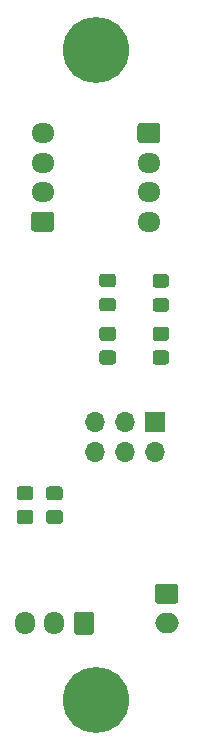
<source format=gts>
G04 #@! TF.GenerationSoftware,KiCad,Pcbnew,5.1.9+dfsg1-1*
G04 #@! TF.CreationDate,2022-11-10T16:02:49+09:00*
G04 #@! TF.ProjectId,fan-expander,66616e2d-6578-4706-916e-6465722e6b69,rev?*
G04 #@! TF.SameCoordinates,Original*
G04 #@! TF.FileFunction,Soldermask,Top*
G04 #@! TF.FilePolarity,Negative*
%FSLAX46Y46*%
G04 Gerber Fmt 4.6, Leading zero omitted, Abs format (unit mm)*
G04 Created by KiCad (PCBNEW 5.1.9+dfsg1-1) date 2022-11-10 16:02:49*
%MOMM*%
%LPD*%
G01*
G04 APERTURE LIST*
%ADD10C,5.600000*%
%ADD11O,2.000000X1.700000*%
%ADD12O,1.700000X1.950000*%
%ADD13O,1.950000X1.700000*%
%ADD14R,1.700000X1.700000*%
%ADD15O,1.700000X1.700000*%
G04 APERTURE END LIST*
D10*
X150000000Y-50000000D03*
X150000000Y-105000000D03*
G36*
G01*
X155049999Y-68925000D02*
X155950001Y-68925000D01*
G75*
G02*
X156200000Y-69174999I0J-249999D01*
G01*
X156200000Y-69825001D01*
G75*
G02*
X155950001Y-70075000I-249999J0D01*
G01*
X155049999Y-70075000D01*
G75*
G02*
X154800000Y-69825001I0J249999D01*
G01*
X154800000Y-69174999D01*
G75*
G02*
X155049999Y-68925000I249999J0D01*
G01*
G37*
G36*
G01*
X155049999Y-70975000D02*
X155950001Y-70975000D01*
G75*
G02*
X156200000Y-71224999I0J-249999D01*
G01*
X156200000Y-71875001D01*
G75*
G02*
X155950001Y-72125000I-249999J0D01*
G01*
X155049999Y-72125000D01*
G75*
G02*
X154800000Y-71875001I0J249999D01*
G01*
X154800000Y-71224999D01*
G75*
G02*
X155049999Y-70975000I249999J0D01*
G01*
G37*
G36*
G01*
X155250000Y-95150000D02*
X156750000Y-95150000D01*
G75*
G02*
X157000000Y-95400000I0J-250000D01*
G01*
X157000000Y-96600000D01*
G75*
G02*
X156750000Y-96850000I-250000J0D01*
G01*
X155250000Y-96850000D01*
G75*
G02*
X155000000Y-96600000I0J250000D01*
G01*
X155000000Y-95400000D01*
G75*
G02*
X155250000Y-95150000I250000J0D01*
G01*
G37*
D11*
X156000000Y-98500000D03*
G36*
G01*
X149850000Y-97775000D02*
X149850000Y-99225000D01*
G75*
G02*
X149600000Y-99475000I-250000J0D01*
G01*
X148400000Y-99475000D01*
G75*
G02*
X148150000Y-99225000I0J250000D01*
G01*
X148150000Y-97775000D01*
G75*
G02*
X148400000Y-97525000I250000J0D01*
G01*
X149600000Y-97525000D01*
G75*
G02*
X149850000Y-97775000I0J-250000D01*
G01*
G37*
D12*
X146500000Y-98500000D03*
X144000000Y-98500000D03*
G36*
G01*
X146225000Y-65350000D02*
X144775000Y-65350000D01*
G75*
G02*
X144525000Y-65100000I0J250000D01*
G01*
X144525000Y-63900000D01*
G75*
G02*
X144775000Y-63650000I250000J0D01*
G01*
X146225000Y-63650000D01*
G75*
G02*
X146475000Y-63900000I0J-250000D01*
G01*
X146475000Y-65100000D01*
G75*
G02*
X146225000Y-65350000I-250000J0D01*
G01*
G37*
D13*
X145500000Y-62000000D03*
X145500000Y-59500000D03*
X145500000Y-57000000D03*
X154500000Y-64500000D03*
X154500000Y-62000000D03*
X154500000Y-59500000D03*
G36*
G01*
X153775000Y-56150000D02*
X155225000Y-56150000D01*
G75*
G02*
X155475000Y-56400000I0J-250000D01*
G01*
X155475000Y-57600000D01*
G75*
G02*
X155225000Y-57850000I-250000J0D01*
G01*
X153775000Y-57850000D01*
G75*
G02*
X153525000Y-57600000I0J250000D01*
G01*
X153525000Y-56400000D01*
G75*
G02*
X153775000Y-56150000I250000J0D01*
G01*
G37*
G36*
G01*
X155049999Y-75400000D02*
X155950001Y-75400000D01*
G75*
G02*
X156200000Y-75649999I0J-249999D01*
G01*
X156200000Y-76350001D01*
G75*
G02*
X155950001Y-76600000I-249999J0D01*
G01*
X155049999Y-76600000D01*
G75*
G02*
X154800000Y-76350001I0J249999D01*
G01*
X154800000Y-75649999D01*
G75*
G02*
X155049999Y-75400000I249999J0D01*
G01*
G37*
G36*
G01*
X155049999Y-73400000D02*
X155950001Y-73400000D01*
G75*
G02*
X156200000Y-73649999I0J-249999D01*
G01*
X156200000Y-74350001D01*
G75*
G02*
X155950001Y-74600000I-249999J0D01*
G01*
X155049999Y-74600000D01*
G75*
G02*
X154800000Y-74350001I0J249999D01*
G01*
X154800000Y-73649999D01*
G75*
G02*
X155049999Y-73400000I249999J0D01*
G01*
G37*
G36*
G01*
X143549999Y-86900000D02*
X144450001Y-86900000D01*
G75*
G02*
X144700000Y-87149999I0J-249999D01*
G01*
X144700000Y-87850001D01*
G75*
G02*
X144450001Y-88100000I-249999J0D01*
G01*
X143549999Y-88100000D01*
G75*
G02*
X143300000Y-87850001I0J249999D01*
G01*
X143300000Y-87149999D01*
G75*
G02*
X143549999Y-86900000I249999J0D01*
G01*
G37*
G36*
G01*
X143549999Y-88900000D02*
X144450001Y-88900000D01*
G75*
G02*
X144700000Y-89149999I0J-249999D01*
G01*
X144700000Y-89850001D01*
G75*
G02*
X144450001Y-90100000I-249999J0D01*
G01*
X143549999Y-90100000D01*
G75*
G02*
X143300000Y-89850001I0J249999D01*
G01*
X143300000Y-89149999D01*
G75*
G02*
X143549999Y-88900000I249999J0D01*
G01*
G37*
G36*
G01*
X146049999Y-86900000D02*
X146950001Y-86900000D01*
G75*
G02*
X147200000Y-87149999I0J-249999D01*
G01*
X147200000Y-87850001D01*
G75*
G02*
X146950001Y-88100000I-249999J0D01*
G01*
X146049999Y-88100000D01*
G75*
G02*
X145800000Y-87850001I0J249999D01*
G01*
X145800000Y-87149999D01*
G75*
G02*
X146049999Y-86900000I249999J0D01*
G01*
G37*
G36*
G01*
X146049999Y-88900000D02*
X146950001Y-88900000D01*
G75*
G02*
X147200000Y-89149999I0J-249999D01*
G01*
X147200000Y-89850001D01*
G75*
G02*
X146950001Y-90100000I-249999J0D01*
G01*
X146049999Y-90100000D01*
G75*
G02*
X145800000Y-89850001I0J249999D01*
G01*
X145800000Y-89149999D01*
G75*
G02*
X146049999Y-88900000I249999J0D01*
G01*
G37*
D14*
X155000000Y-81500000D03*
D15*
X155000000Y-84040000D03*
X152460000Y-81500000D03*
X152460000Y-84040000D03*
X149920000Y-81500000D03*
X149920000Y-84040000D03*
G36*
G01*
X150549999Y-68900000D02*
X151450001Y-68900000D01*
G75*
G02*
X151700000Y-69149999I0J-249999D01*
G01*
X151700000Y-69800001D01*
G75*
G02*
X151450001Y-70050000I-249999J0D01*
G01*
X150549999Y-70050000D01*
G75*
G02*
X150300000Y-69800001I0J249999D01*
G01*
X150300000Y-69149999D01*
G75*
G02*
X150549999Y-68900000I249999J0D01*
G01*
G37*
G36*
G01*
X150549999Y-70950000D02*
X151450001Y-70950000D01*
G75*
G02*
X151700000Y-71199999I0J-249999D01*
G01*
X151700000Y-71850001D01*
G75*
G02*
X151450001Y-72100000I-249999J0D01*
G01*
X150549999Y-72100000D01*
G75*
G02*
X150300000Y-71850001I0J249999D01*
G01*
X150300000Y-71199999D01*
G75*
G02*
X150549999Y-70950000I249999J0D01*
G01*
G37*
G36*
G01*
X150549999Y-73400000D02*
X151450001Y-73400000D01*
G75*
G02*
X151700000Y-73649999I0J-249999D01*
G01*
X151700000Y-74350001D01*
G75*
G02*
X151450001Y-74600000I-249999J0D01*
G01*
X150549999Y-74600000D01*
G75*
G02*
X150300000Y-74350001I0J249999D01*
G01*
X150300000Y-73649999D01*
G75*
G02*
X150549999Y-73400000I249999J0D01*
G01*
G37*
G36*
G01*
X150549999Y-75400000D02*
X151450001Y-75400000D01*
G75*
G02*
X151700000Y-75649999I0J-249999D01*
G01*
X151700000Y-76350001D01*
G75*
G02*
X151450001Y-76600000I-249999J0D01*
G01*
X150549999Y-76600000D01*
G75*
G02*
X150300000Y-76350001I0J249999D01*
G01*
X150300000Y-75649999D01*
G75*
G02*
X150549999Y-75400000I249999J0D01*
G01*
G37*
M02*

</source>
